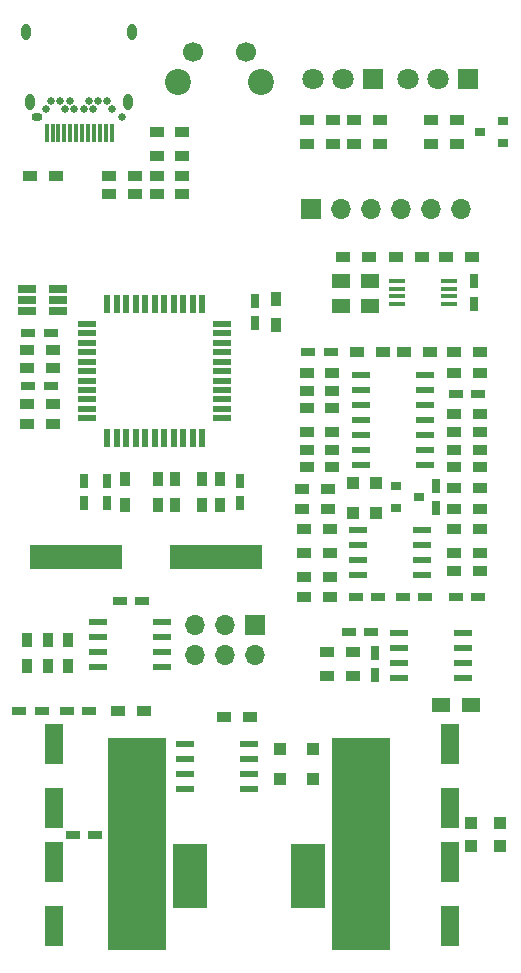
<source format=gbr>
G04 #@! TF.FileFunction,Soldermask,Top*
%FSLAX46Y46*%
G04 Gerber Fmt 4.6, Leading zero omitted, Abs format (unit mm)*
G04 Created by KiCad (PCBNEW 4.0.3-stable) date 10/17/17 23:13:47*
%MOMM*%
%LPD*%
G01*
G04 APERTURE LIST*
%ADD10C,0.100000*%
%ADD11R,1.000000X1.000000*%
%ADD12R,0.750000X1.200000*%
%ADD13R,1.200000X0.750000*%
%ADD14R,1.600000X3.500000*%
%ADD15R,1.500000X1.250000*%
%ADD16R,1.100000X1.100000*%
%ADD17R,2.900680X5.400040*%
%ADD18R,1.700000X1.700000*%
%ADD19O,1.700000X1.700000*%
%ADD20R,5.000000X18.000000*%
%ADD21R,0.900000X0.800000*%
%ADD22R,1.200000X0.900000*%
%ADD23R,0.900000X1.200000*%
%ADD24R,1.550000X0.600000*%
%ADD25R,1.500000X0.550000*%
%ADD26R,0.550000X1.500000*%
%ADD27R,1.560000X0.650000*%
%ADD28R,1.500000X0.600000*%
%ADD29R,1.450000X0.450000*%
%ADD30R,7.875000X2.000000*%
%ADD31C,2.200000*%
%ADD32C,1.700000*%
%ADD33R,1.800000X1.800000*%
%ADD34C,1.800000*%
%ADD35O,0.800000X1.400000*%
%ADD36O,0.950000X0.660000*%
%ADD37C,0.650000*%
%ADD38R,0.300000X1.500000*%
%ADD39C,0.660000*%
G04 APERTURE END LIST*
D10*
X148194500Y-58750000D02*
G75*
G03X148194500Y-58750000I-444500J0D01*
G01*
X152694500Y-58750000D02*
G75*
G03X152694500Y-58750000I-444500J0D01*
G01*
X154135000Y-61250000D02*
G75*
G03X154135000Y-61250000I-635000J0D01*
G01*
X147135000Y-61250000D02*
G75*
G03X147135000Y-61250000I-635000J0D01*
G01*
D11*
X163200000Y-95250000D03*
X163200000Y-97750000D03*
D12*
X151750000Y-96950000D03*
X151750000Y-95050000D03*
X140500000Y-95050000D03*
X140500000Y-96950000D03*
X138500000Y-96950000D03*
X138500000Y-95050000D03*
D13*
X133800000Y-87000000D03*
X135700000Y-87000000D03*
X133800000Y-82500000D03*
X135700000Y-82500000D03*
X161500000Y-104900000D03*
X163400000Y-104900000D03*
D14*
X136000000Y-132700000D03*
X136000000Y-127300000D03*
D13*
X139450000Y-125000000D03*
X137550000Y-125000000D03*
X137050000Y-114500000D03*
X138950000Y-114500000D03*
D12*
X153000000Y-79800000D03*
X153000000Y-81700000D03*
D14*
X136000000Y-117300000D03*
X136000000Y-122700000D03*
D12*
X163150000Y-109600000D03*
X163150000Y-111500000D03*
D13*
X162850000Y-107800000D03*
X160950000Y-107800000D03*
D12*
X168300000Y-95450000D03*
X168300000Y-97350000D03*
D14*
X169500000Y-117300000D03*
X169500000Y-122700000D03*
D13*
X159400000Y-84150000D03*
X157500000Y-84150000D03*
X167400000Y-104900000D03*
X165500000Y-104900000D03*
D12*
X171500000Y-80050000D03*
X171500000Y-78150000D03*
D15*
X162750000Y-80250000D03*
X160250000Y-80250000D03*
D13*
X171900000Y-87650000D03*
X170000000Y-87650000D03*
X171900000Y-104900000D03*
X170000000Y-104900000D03*
D15*
X162750000Y-78100000D03*
X160250000Y-78100000D03*
X171250000Y-114000000D03*
X168750000Y-114000000D03*
D11*
X173750000Y-126000000D03*
X171250000Y-126000000D03*
X173750000Y-124000000D03*
X171250000Y-124000000D03*
D16*
X155100000Y-120250000D03*
X157900000Y-120250000D03*
X157900000Y-117750000D03*
X155100000Y-117750000D03*
D17*
X157501260Y-128500000D03*
X147498740Y-128500000D03*
D18*
X153000000Y-107250000D03*
D19*
X153000000Y-109790000D03*
X150460000Y-107250000D03*
X150460000Y-109790000D03*
X147920000Y-107250000D03*
X147920000Y-109790000D03*
D20*
X162000000Y-125750000D03*
X143000000Y-125750000D03*
D21*
X164900000Y-95450000D03*
X164900000Y-97350000D03*
X166900000Y-96400000D03*
X174000000Y-66450000D03*
X174000000Y-64550000D03*
X172000000Y-65500000D03*
D22*
X163600000Y-64500000D03*
X161400000Y-64500000D03*
X157400000Y-64500000D03*
X159600000Y-64500000D03*
X167900000Y-64500000D03*
X170100000Y-64500000D03*
X157100000Y-99150000D03*
X159300000Y-99150000D03*
X159300000Y-101150000D03*
X157100000Y-101150000D03*
X159300000Y-103150000D03*
X157100000Y-103150000D03*
X157100000Y-104900000D03*
X159300000Y-104900000D03*
X133650000Y-85500000D03*
X135850000Y-85500000D03*
X133650000Y-84000000D03*
X135850000Y-84000000D03*
D23*
X142000000Y-94900000D03*
X142000000Y-97100000D03*
D22*
X146850000Y-67500000D03*
X144650000Y-67500000D03*
X146850000Y-65500000D03*
X144650000Y-65500000D03*
D23*
X154750000Y-81850000D03*
X154750000Y-79650000D03*
D22*
X143600000Y-114500000D03*
X141400000Y-114500000D03*
D23*
X146250000Y-97100000D03*
X146250000Y-94900000D03*
X144750000Y-97100000D03*
X144750000Y-94900000D03*
X137175000Y-110725000D03*
X137175000Y-108525000D03*
X133675000Y-108525000D03*
X133675000Y-110725000D03*
X135425000Y-110725000D03*
X135425000Y-108525000D03*
D22*
X161250000Y-111550000D03*
X159050000Y-111550000D03*
X172050000Y-97400000D03*
X169850000Y-97400000D03*
X161250000Y-109550000D03*
X159050000Y-109550000D03*
X169850000Y-99150000D03*
X172050000Y-99150000D03*
X169850000Y-101150000D03*
X172050000Y-101150000D03*
X157350000Y-85900000D03*
X159550000Y-85900000D03*
X159550000Y-90900000D03*
X157350000Y-90900000D03*
X157350000Y-92400000D03*
X159550000Y-92400000D03*
X159550000Y-93900000D03*
X157350000Y-93900000D03*
X169850000Y-90900000D03*
X172050000Y-90900000D03*
X169850000Y-89400000D03*
X172050000Y-89400000D03*
X169850000Y-102650000D03*
X172050000Y-102650000D03*
X159550000Y-87400000D03*
X157350000Y-87400000D03*
X157350000Y-88900000D03*
X159550000Y-88900000D03*
X172050000Y-92400000D03*
X169850000Y-92400000D03*
X162600000Y-76100000D03*
X160400000Y-76100000D03*
X159200000Y-97400000D03*
X157000000Y-97400000D03*
X172050000Y-93900000D03*
X169850000Y-93900000D03*
X159200000Y-95700000D03*
X157000000Y-95700000D03*
X169850000Y-95650000D03*
X172050000Y-95650000D03*
X167100000Y-76100000D03*
X164900000Y-76100000D03*
X171350000Y-76100000D03*
X169150000Y-76100000D03*
X170100000Y-66500000D03*
X167900000Y-66500000D03*
X152600000Y-115000000D03*
X150400000Y-115000000D03*
X172050000Y-85900000D03*
X169850000Y-85900000D03*
X169850000Y-84150000D03*
X172050000Y-84150000D03*
X165600000Y-84150000D03*
X167800000Y-84150000D03*
X161600000Y-84150000D03*
X163800000Y-84150000D03*
D24*
X161750000Y-99245000D03*
X161750000Y-100515000D03*
X161750000Y-101785000D03*
X161750000Y-103055000D03*
X167150000Y-103055000D03*
X167150000Y-101785000D03*
X167150000Y-100515000D03*
X167150000Y-99245000D03*
D25*
X138800000Y-81750000D03*
X138800000Y-82550000D03*
X138800000Y-83350000D03*
X138800000Y-84150000D03*
X138800000Y-84950000D03*
X138800000Y-85750000D03*
X138800000Y-86550000D03*
X138800000Y-87350000D03*
X138800000Y-88150000D03*
X138800000Y-88950000D03*
X138800000Y-89750000D03*
D26*
X140500000Y-91450000D03*
X141300000Y-91450000D03*
X142100000Y-91450000D03*
X142900000Y-91450000D03*
X143700000Y-91450000D03*
X144500000Y-91450000D03*
X145300000Y-91450000D03*
X146100000Y-91450000D03*
X146900000Y-91450000D03*
X147700000Y-91450000D03*
X148500000Y-91450000D03*
D25*
X150200000Y-89750000D03*
X150200000Y-88950000D03*
X150200000Y-88150000D03*
X150200000Y-87350000D03*
X150200000Y-86550000D03*
X150200000Y-85750000D03*
X150200000Y-84950000D03*
X150200000Y-84150000D03*
X150200000Y-83350000D03*
X150200000Y-82550000D03*
X150200000Y-81750000D03*
D26*
X148500000Y-80050000D03*
X147700000Y-80050000D03*
X146900000Y-80050000D03*
X146100000Y-80050000D03*
X145300000Y-80050000D03*
X144500000Y-80050000D03*
X143700000Y-80050000D03*
X142900000Y-80050000D03*
X142100000Y-80050000D03*
X141300000Y-80050000D03*
X140500000Y-80050000D03*
D24*
X145125000Y-110780000D03*
X145125000Y-109510000D03*
X145125000Y-108240000D03*
X145125000Y-106970000D03*
X139725000Y-106970000D03*
X139725000Y-108240000D03*
X139725000Y-109510000D03*
X139725000Y-110780000D03*
D27*
X133650000Y-78800000D03*
X133650000Y-79750000D03*
X133650000Y-80700000D03*
X136350000Y-80700000D03*
X136350000Y-78800000D03*
X136350000Y-79750000D03*
D28*
X162000000Y-86090000D03*
X162000000Y-87360000D03*
X162000000Y-88630000D03*
X162000000Y-89900000D03*
X162000000Y-91170000D03*
X162000000Y-92440000D03*
X162000000Y-93710000D03*
X167400000Y-93710000D03*
X167400000Y-92440000D03*
X167400000Y-91170000D03*
X167400000Y-89900000D03*
X167400000Y-88630000D03*
X167400000Y-87360000D03*
X167400000Y-86090000D03*
D24*
X170600000Y-111705000D03*
X170600000Y-110435000D03*
X170600000Y-109165000D03*
X170600000Y-107895000D03*
X165200000Y-107895000D03*
X165200000Y-109165000D03*
X165200000Y-110435000D03*
X165200000Y-111705000D03*
D29*
X165050000Y-78125000D03*
X165050000Y-78775000D03*
X165050000Y-79425000D03*
X165050000Y-80075000D03*
X169450000Y-80075000D03*
X169450000Y-79425000D03*
X169450000Y-78775000D03*
X169450000Y-78125000D03*
D24*
X152450000Y-121155000D03*
X152450000Y-119885000D03*
X152450000Y-118615000D03*
X152450000Y-117345000D03*
X147050000Y-117345000D03*
X147050000Y-118615000D03*
X147050000Y-119885000D03*
X147050000Y-121155000D03*
D30*
X149687500Y-101500000D03*
X137812500Y-101500000D03*
D13*
X134950000Y-114500000D03*
X133050000Y-114500000D03*
D31*
X153500000Y-61250000D03*
X146500000Y-61250000D03*
D32*
X152250000Y-58750000D03*
X147750000Y-58750000D03*
D33*
X163000000Y-61000000D03*
D34*
X160460000Y-61000000D03*
X157920000Y-61000000D03*
D33*
X171000000Y-61000000D03*
D34*
X168460000Y-61000000D03*
X165920000Y-61000000D03*
D22*
X136100000Y-69250000D03*
X133900000Y-69250000D03*
D14*
X169500000Y-132700000D03*
X169500000Y-127300000D03*
D13*
X143450000Y-105250000D03*
X141550000Y-105250000D03*
D23*
X148500000Y-97100000D03*
X148500000Y-94900000D03*
D22*
X133650000Y-88500000D03*
X135850000Y-88500000D03*
D23*
X150000000Y-94900000D03*
X150000000Y-97100000D03*
D22*
X135850000Y-90250000D03*
X133650000Y-90250000D03*
D18*
X157750000Y-72000000D03*
D19*
X160290000Y-72000000D03*
X162830000Y-72000000D03*
X165370000Y-72000000D03*
X167910000Y-72000000D03*
X170450000Y-72000000D03*
D22*
X142850000Y-69250000D03*
X140650000Y-69250000D03*
X142850000Y-70750000D03*
X140650000Y-70750000D03*
X144650000Y-69250000D03*
X146850000Y-69250000D03*
X144650000Y-70750000D03*
X146850000Y-70750000D03*
X159600000Y-66500000D03*
X157400000Y-66500000D03*
X163600000Y-66500000D03*
X161400000Y-66500000D03*
D35*
X133610000Y-57000000D03*
X142590000Y-57000000D03*
X133970000Y-62950000D03*
D36*
X134500000Y-64200000D03*
D37*
X135700000Y-62850000D03*
X140500000Y-62850000D03*
X137700000Y-63550000D03*
X138500000Y-63550000D03*
X136900000Y-63550000D03*
X139300000Y-63550000D03*
X135300000Y-63550000D03*
D38*
X140850000Y-65560000D03*
X140350000Y-65560000D03*
X139850000Y-65560000D03*
X139350000Y-65560000D03*
X138850000Y-65560000D03*
X138350000Y-65560000D03*
X137850000Y-65560000D03*
X137350000Y-65560000D03*
X136850000Y-65560000D03*
X136350000Y-65560000D03*
X135850000Y-65560000D03*
X135350000Y-65560000D03*
D37*
X140900000Y-63550000D03*
X139700000Y-62850000D03*
X138900000Y-62850000D03*
X136500000Y-62850000D03*
X137300000Y-62850000D03*
D39*
X141700000Y-64200000D03*
D35*
X142230000Y-62950000D03*
D11*
X161300000Y-95250000D03*
X161300000Y-97750000D03*
M02*

</source>
